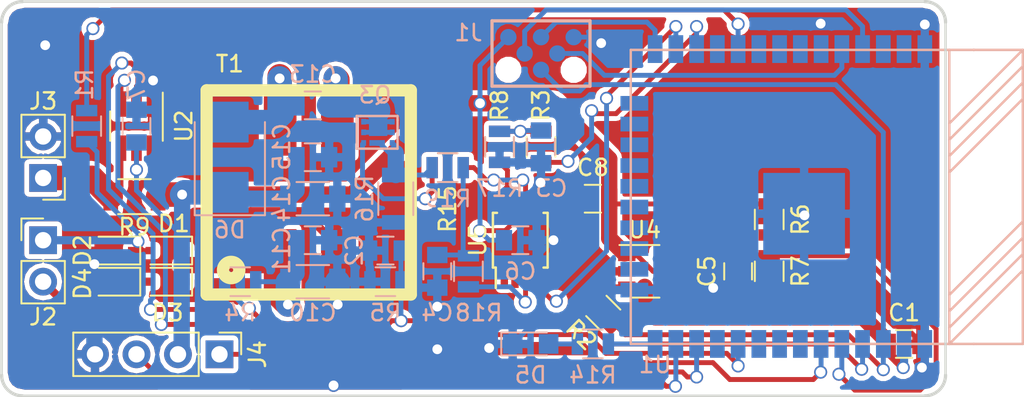
<source format=kicad_pcb>
(kicad_pcb (version 20170922) (host pcbnew no-vcs-found-3d15690~60~ubuntu16.04.1)
  (layers (0 F.Cu signal) (31 B.Cu signal) (34 B.Paste user hide) (35 F.Paste user hide) (36 B.SilkS user hide) (37 F.SilkS user) (38 B.Mask user hide) (39 F.Mask user hide) (44 Edge.Cuts user))
  (layers (0 F.Cu signal) (31 B.Cu signal) (34 B.Paste user hide) (35 F.Paste user hide) (36 B.SilkS user hide) (37 F.SilkS user) (38 B.Mask user hide) (39 F.Mask user hide) (44 Edge.Cuts user))
  (net 0 "")
  (net 1 GND)
  (net 2 +3V3)
  (net 3 /Vgen)
  (net 4 /Vbatt)
  (net 5 +BATT)
  (net 6 "Net-(D1-Pad2)")
  (net 7 "Net-(D3-Pad2)")
  (net 8 /rstBtn)
  (net 9 /vExtEnable)
  (net 10 "Net-(Q3-Pad1)")
  (net 11 /speedPulse)
  (net 12 /extScl)
  (net 13 /extSda)
  (net 14 "Net-(U1-Pad8)")
  (net 15 "Net-(U1-Pad9)")
  (net 16 "Net-(U1-Pad11)")
  (net 17 "Net-(U1-Pad16)")
  (net 18 "Net-(U1-Pad17)")
  (net 19 "Net-(U1-Pad18)")
  (net 20 "Net-(U1-Pad19)")
  (net 21 "Net-(U1-Pad20)")
  (net 22 "Net-(U1-Pad21)")
  (net 23 "Net-(U1-Pad22)")
  (net 24 "Net-(U1-Pad23)")
  (net 25 "Net-(U1-Pad24)")
  (net 26 "Net-(U1-Pad32)")
  (net 27 "Net-(U1-Pad33)")
  (net 28 "Net-(U1-Pad36)")
  (net 29 "Net-(U1-Pad37)")
  (net 30 "Net-(U4-Pad6)")
  (net 31 "Net-(Q3-Pad2)")
  (net 32 "Net-(C13-Pad2)")
  (net 33 /SepicConv./vIn)
  (net 34 "Net-(C13-Pad1)")
  (net 35 "Net-(U1-Pad7)")
  (net 36 "Net-(R14-Pad1)")
  (net 37 /sepicPwm)
  (net 38 /sepicImax)
  (net 39 "Net-(C3-Pad1)")
  (net 40 "Net-(R8-Pad1)")
  (net 41 "Net-(D5-Pad2)")
  (net 42 "Net-(R15-Pad2)")
  (net 43 "Net-(R18-Pad2)")
  (net 44 "Net-(C4-Pad1)")
  (net 45 "Net-(U5-Pad1)")
  (net 46 "Net-(J1-Pad2)")
  (net 47 "Net-(J1-Pad3)")
  (net 48 /progFlag)
  (net 49 /IBatt)
  (net 50 /IBattSign)
  (net 51 "Net-(J3-Pad1)")
  (net 52 "Net-(U1-Pad30)")
  (net 53 "Net-(U1-Pad31)")
  (module Resistors_SMD:R_0805 (layer B.Cu) (at 74.295 141.605 270)
    (fp_text reference R18 (at 2.54 -0.635) (layer B.SilkS) (effects (justify mirror)))
    (fp_text value 4k7)
    (pad 2 smd rect (at 0.95 0 270) (size 0.7 1.3) (layers B.Cu B.Paste B.Mask) (net 43 "Net-(R18-Pad2)"))
    (pad 1 smd rect (at -0.95 0 270) (size 0.7 1.3) (layers B.Cu B.Paste B.Mask) (net 44 "Net-(C4-Pad1)"))
  )
  (module Resistors_SMD:R_0805 (layer B.Cu) (at 81.915 146.05 180)
    (fp_text reference R14 (at 0 -1.905) (layer B.SilkS) (effects (justify mirror)))
    (fp_text value 470R)
    (pad 2 smd rect (at 0.95 0 180) (size 0.7 1.3) (layers B.Cu B.Paste B.Mask) (net 41 "Net-(D5-Pad2)"))
    (pad 1 smd rect (at -0.95 0 180) (size 0.7 1.3) (layers B.Cu B.Paste B.Mask) (net 36 "Net-(R14-Pad1)"))
  )
  (module LEDs:LED_0805 (layer B.Cu) (at 78.105 146.05)
    (fp_text reference D5 (at 0 1.905 -180) (layer B.SilkS) (effects (justify mirror)))
    (fp_text value LED)
    (pad 1 smd rect (at -1.1 0 180) (size 1.2 1.2) (layers B.Cu B.Paste B.Mask) (net 1 GND))
    (pad 2 smd rect (at 1.1 0 180) (size 1.2 1.2) (layers B.Cu B.Paste B.Mask) (net 41 "Net-(D5-Pad2)"))
  )
  (module Capacitors_SMD:C_0805 (layer B.Cu) (at 53.975 132.715 90)
    (fp_text reference C7 (at 2.54 0 90) (layer B.SilkS) (effects (justify mirror)))
    (fp_text value 470n)
    (pad 2 smd rect (at 1 0 90) (size 1 1.25) (layers B.Cu B.Paste B.Mask) (net 1 GND))
    (pad 1 smd rect (at -1 0 90) (size 1 1.25) (layers B.Cu B.Paste B.Mask) (net 5 +BATT))
  )
  (module Resistors_SMD:R_1206 (layer F.Cu) (at 53.848 137.033 180)
    (fp_text reference R9 (at 0 -1.85 180) (layer F.SilkS))
    (fp_text value 100m)
    (pad 2 smd rect (at 1.45 0 180) (size 0.9 1.7) (layers F.Cu F.Paste F.Mask) (net 51 "Net-(J3-Pad1)"))
    (pad 1 smd rect (at -1.45 0 180) (size 0.9 1.7) (layers F.Cu F.Paste F.Mask) (net 5 +BATT))
  )
  (module TO_SOT_Packages_SMD:SOT-23-6_Handsoldering (layer F.Cu) (at 53.975 132.715 270)
    (fp_text reference U2 (at 0 -2.9 270) (layer F.SilkS))
    (fp_text value TS1101)
    (pad 5 smd rect (at 1.35 0 270) (size 1.56 0.65) (layers F.Cu F.Paste F.Mask) (net 5 +BATT))
    (pad 6 smd rect (at 1.35 -0.95 270) (size 1.56 0.65) (layers F.Cu F.Paste F.Mask) (net 5 +BATT))
    (pad 4 smd rect (at 1.35 0.95 270) (size 1.56 0.65) (layers F.Cu F.Paste F.Mask) (net 51 "Net-(J3-Pad1)"))
    (pad 3 smd rect (at -1.35 0.95 270) (size 1.56 0.65) (layers F.Cu F.Paste F.Mask) (net 49 /IBatt))
    (pad 2 smd rect (at -1.35 0 270) (size 1.56 0.65) (layers F.Cu F.Paste F.Mask) (net 50 /IBattSign))
    (pad 1 smd rect (at -1.35 -0.95 270) (size 1.56 0.65) (layers F.Cu F.Paste F.Mask) (net 1 GND))
  )
  (module Capacitors_SMD:C_0805 (layer F.Cu) (at 90.805 141.605 270)
    (fp_text reference C5 (at 0 1.905 270) (layer F.SilkS))
    (fp_text value 47n)
    (pad 1 smd rect (at -1 0 270) (size 1 1.25) (layers F.Cu F.Paste F.Mask) (net 4 /Vbatt))
    (pad 2 smd rect (at 1 0 270) (size 1 1.25) (layers F.Cu F.Paste F.Mask) (net 1 GND))
  )
  (module myStuff:myPogoPads (layer B.Cu) (at 78.74 128.27)
    (fp_text reference J1 (at -4.445 -1.27) (layer B.SilkS) (effects (justify mirror)))
    (fp_text value Conn_01x06)
    (pad "" np_thru_hole circle (at 2 1) (size 1 1) (drill 1) (layers *.Cu *.Mask))
    (pad "" np_thru_hole circle (at -2 1) (size 1 1) (drill 1) (layers *.Cu *.Mask))
    (pad 6 smd circle (at 2 -1) (size 1 1) (layers B.Cu B.Paste B.Mask) (net 1 GND))
    (pad 5 smd circle (at 0 -1) (size 1 1) (layers B.Cu B.Paste B.Mask) (net 48 /progFlag))
    (pad 4 smd circle (at -2 -1) (size 1 1) (layers B.Cu B.Paste B.Mask) (net 5 +BATT))
    (pad 3 smd circle (at 1 0) (size 1 1) (layers B.Cu B.Paste B.Mask) (net 47 "Net-(J1-Pad3)"))
    (pad 2 smd circle (at -1 0) (size 1 1) (layers B.Cu B.Paste B.Mask) (net 46 "Net-(J1-Pad2)"))
    (pad 1 smd circle (at 0 1) (size 1 1) (layers B.Cu B.Paste B.Mask) (net 8 /rstBtn))
  )
  (module Capacitors_SMD:C_1206 (layer B.Cu) (at 64.77 142.24)
    (fp_text reference C10 (at 0 1.905 180) (layer B.SilkS) (effects (justify mirror)))
    (fp_text value 22u)
    (pad 1 smd rect (at -1.5 0) (size 1 1.6) (layers B.Cu B.Paste B.Mask) (net 33 /SepicConv./vIn))
    (pad 2 smd rect (at 1.5 0) (size 1 1.6) (layers B.Cu B.Paste B.Mask) (net 1 GND))
  )
  (module Capacitors_SMD:C_1206 (layer B.Cu) (at 64.77 137.16)
    (fp_text reference C14 (at -1.905 0 90) (layer B.SilkS) (effects (justify mirror)))
    (fp_text value 22u)
    (pad 2 smd rect (at 1.5 0) (size 1 1.6) (layers B.Cu B.Paste B.Mask) (net 1 GND))
    (pad 1 smd rect (at -1.5 0) (size 1 1.6) (layers B.Cu B.Paste B.Mask) (net 5 +BATT))
  )
  (module Capacitors_SMD:C_0805 (layer B.Cu) (at 64.77 134.62 180)
    (fp_text reference C15 (at 1.905 0.635 270) (layer B.SilkS) (effects (justify mirror)))
    (fp_text value 470n)
    (pad 2 smd rect (at 1 0 180) (size 1 1.25) (layers B.Cu B.Paste B.Mask) (net 5 +BATT))
    (pad 1 smd rect (at -1 0 180) (size 1 1.25) (layers B.Cu B.Paste B.Mask) (net 1 GND))
  )
  (module Housings_SSOP:MSOP-8_3x3mm_Pitch0.65mm (layer F.Cu) (at 77.47 139.7 90)
    (fp_text reference U5 (at 0 -2.6 90) (layer F.SilkS))
    (fp_text value MCP1630)
    (pad 1 smd rect (at -2.2 -0.975 90) (size 1.45 0.45) (layers F.Cu F.Paste F.Mask) (net 45 "Net-(U5-Pad1)"))
    (pad 2 smd rect (at -2.2 -0.325 90) (size 1.45 0.45) (layers F.Cu F.Paste F.Mask) (net 45 "Net-(U5-Pad1)"))
    (pad 3 smd rect (at -2.2 0.325 90) (size 1.45 0.45) (layers F.Cu F.Paste F.Mask) (net 43 "Net-(R18-Pad2)"))
    (pad 4 smd rect (at -2.2 0.975 90) (size 1.45 0.45) (layers F.Cu F.Paste F.Mask) (net 37 /sepicPwm))
    (pad 5 smd rect (at 2.2 0.975 90) (size 1.45 0.45) (layers F.Cu F.Paste F.Mask) (net 1 GND))
    (pad 6 smd rect (at 2.2 0.325 90) (size 1.45 0.45) (layers F.Cu F.Paste F.Mask) (net 42 "Net-(R15-Pad2)"))
    (pad 7 smd rect (at 2.2 -0.325 90) (size 1.45 0.45) (layers F.Cu F.Paste F.Mask) (net 5 +BATT))
    (pad 8 smd rect (at 2.2 -0.975 90) (size 1.45 0.45) (layers F.Cu F.Paste F.Mask) (net 40 "Net-(R8-Pad1)"))
  )
  (module Resistors_SMD:R_0805 (layer B.Cu) (at 73.025 135.255)
    (fp_text reference R19 (at 0 1.905) (layer B.SilkS) (effects (justify mirror)))
    (fp_text value 4k7)
    (pad 1 smd rect (at -0.95 0) (size 0.7 1.3) (layers B.Cu B.Paste B.Mask) (net 31 "Net-(Q3-Pad2)"))
    (pad 2 smd rect (at 0.95 0) (size 0.7 1.3) (layers B.Cu B.Paste B.Mask) (net 44 "Net-(C4-Pad1)"))
  )
  (module Resistors_SMD:R_0805 (layer B.Cu) (at 76.2 133.985 90)
    (fp_text reference R17 (at -2.54 0) (layer B.SilkS) (effects (justify mirror)))
    (fp_text value 1k15)
    (pad 2 smd rect (at 0.95 0 90) (size 0.7 1.3) (layers B.Cu B.Paste B.Mask) (net 39 "Net-(C3-Pad1)"))
    (pad 1 smd rect (at -0.95 0 90) (size 0.7 1.3) (layers B.Cu B.Paste B.Mask) (net 1 GND))
  )
  (module Resistors_SMD:R_0805 (layer F.Cu) (at 73.025 135.255)
    (fp_text reference R15 (at 0 2.54 90) (layer F.SilkS))
    (fp_text value 10R)
    (pad 2 smd rect (at 0.95 0) (size 0.7 1.3) (layers F.Cu F.Paste F.Mask) (net 42 "Net-(R15-Pad2)"))
    (pad 1 smd rect (at -0.95 0) (size 0.7 1.3) (layers F.Cu F.Paste F.Mask) (net 10 "Net-(Q3-Pad1)"))
  )
  (module Resistors_SMD:R_1206 (layer B.Cu) (at 69.85 137.16 270)
    (fp_text reference R16 (at 0 1.905 90) (layer B.SilkS) (effects (justify mirror)))
    (fp_text value 0.1R)
    (pad 2 smd rect (at 1.45 0 270) (size 0.9 1.7) (layers B.Cu B.Paste B.Mask) (net 1 GND))
    (pad 1 smd rect (at -1.45 0 270) (size 0.9 1.7) (layers B.Cu B.Paste B.Mask) (net 31 "Net-(Q3-Pad2)"))
  )
  (module TO_SOT_Packages_SMD:SOT-23-6 (layer F.Cu) (at 85.09 141.605)
    (fp_text reference U4 (at 0 -2.54) (layer F.SilkS))
    (fp_text value MAX8881)
    (pad 5 smd rect (at 1.1 0) (size 1.06 0.65) (layers F.Cu F.Paste F.Mask) (net 5 +BATT))
    (pad 6 smd rect (at 1.1 -0.95) (size 1.06 0.65) (layers F.Cu F.Paste F.Mask) (net 30 "Net-(U4-Pad6)"))
    (pad 4 smd rect (at 1.1 0.95) (size 1.06 0.65) (layers F.Cu F.Paste F.Mask) (net 2 +3V3))
    (pad 3 smd rect (at -1.1 0.95) (size 1.06 0.65) (layers F.Cu F.Paste F.Mask) (net 2 +3V3))
    (pad 2 smd rect (at -1.1 0) (size 1.06 0.65) (layers F.Cu F.Paste F.Mask) (net 1 GND))
    (pad 1 smd rect (at -1.1 -0.95) (size 1.06 0.65) (layers F.Cu F.Paste F.Mask) (net 5 +BATT))
  )
  (module myStuff:MSD1260 (layer F.Cu) (at 64.77 136.525 180)
    (fp_text reference T1 (at 5.08 7.62) (layer F.SilkS))
    (fp_text value MSD1260)
    (pad 1 smd rect (at 2 -4.5 180) (size 2 4) (layers F.Cu F.Paste F.Mask) (net 33 /SepicConv./vIn))
    (pad 2 smd rect (at -1.5 -4.5 180) (size 2 4) (layers F.Cu F.Paste F.Mask) (net 1 GND))
    (pad 3 smd rect (at -1.5 4 180) (size 2 4) (layers F.Cu F.Paste F.Mask) (net 32 "Net-(C13-Pad2)"))
    (pad 4 smd rect (at 2 4 180) (size 2 4) (layers F.Cu F.Paste F.Mask) (net 34 "Net-(C13-Pad1)"))
  )
  (module Capacitors_SMD:C_0805 (layer B.Cu) (at 78.74 133.985 270)
    (fp_text reference C3 (at 2.54 -0.635 180) (layer B.SilkS) (effects (justify mirror)))
    (fp_text value 47n)
    (pad 2 smd rect (at 1 0 270) (size 1 1.25) (layers B.Cu B.Paste B.Mask) (net 1 GND))
    (pad 1 smd rect (at -1 0 270) (size 1 1.25) (layers B.Cu B.Paste B.Mask) (net 39 "Net-(C3-Pad1)"))
  )
  (module Capacitors_SMD:C_0805 (layer F.Cu) (at 100.965 146.05 180)
    (fp_text reference C1 (at 0 1.905 180) (layer F.SilkS))
    (fp_text value 470n)
    (pad 1 smd rect (at -1 0 180) (size 1 1.25) (layers F.Cu F.Paste F.Mask) (net 1 GND))
    (pad 2 smd rect (at 1 0 180) (size 1 1.25) (layers F.Cu F.Paste F.Mask) (net 2 +3V3))
  )
  (module Capacitors_SMD:C_0805 (layer B.Cu) (at 69.215 140.335 180)
    (fp_text reference C2 (at 1.905 0 270) (layer B.SilkS) (effects (justify mirror)))
    (fp_text value 47n)
    (pad 2 smd rect (at 1 0 180) (size 1 1.25) (layers B.Cu B.Paste B.Mask) (net 1 GND))
    (pad 1 smd rect (at -1 0 180) (size 1 1.25) (layers B.Cu B.Paste B.Mask) (net 3 /Vgen))
  )
  (module Capacitors_SMD:C_0805 (layer B.Cu) (at 72.39 141.605 270)
    (fp_text reference C4 (at 2.54 0) (layer B.SilkS) (effects (justify mirror)))
    (fp_text value 47p)
    (pad 1 smd rect (at -1 0 270) (size 1 1.25) (layers B.Cu B.Paste B.Mask) (net 44 "Net-(C4-Pad1)"))
    (pad 2 smd rect (at 1 0 270) (size 1 1.25) (layers B.Cu B.Paste B.Mask) (net 1 GND))
  )
  (module Capacitors_SMD:C_0805 (layer B.Cu) (at 77.47 139.7 180)
    (fp_text reference C6 (at 0 -1.905 180) (layer B.SilkS) (effects (justify mirror)))
    (fp_text value 470n)
    (pad 1 smd rect (at -1 0 180) (size 1 1.25) (layers B.Cu B.Paste B.Mask) (net 1 GND))
    (pad 2 smd rect (at 1 0 180) (size 1 1.25) (layers B.Cu B.Paste B.Mask) (net 5 +BATT))
  )
  (module Capacitors_SMD:C_0805 (layer F.Cu) (at 81.915 137.16 180)
    (fp_text reference C8 (at 0 1.905 180) (layer F.SilkS))
    (fp_text value 470n)
    (pad 2 smd rect (at 1 0 180) (size 1 1.25) (layers F.Cu F.Paste F.Mask) (net 1 GND))
    (pad 1 smd rect (at -1 0 180) (size 1 1.25) (layers F.Cu F.Paste F.Mask) (net 5 +BATT))
  )
  (module Capacitors_SMD:C_0805 (layer B.Cu) (at 64.77 139.7 180)
    (fp_text reference C11 (at 1.905 -0.635 270) (layer B.SilkS) (effects (justify mirror)))
    (fp_text value 470n)
    (pad 2 smd rect (at 1 0 180) (size 1 1.25) (layers B.Cu B.Paste B.Mask) (net 33 /SepicConv./vIn))
    (pad 1 smd rect (at -1 0 180) (size 1 1.25) (layers B.Cu B.Paste B.Mask) (net 1 GND))
  )
  (module Capacitors_SMD:C_0805 (layer B.Cu) (at 64.77 131.445)
    (fp_text reference C13 (at 0 -1.905) (layer B.SilkS) (effects (justify mirror)))
    (fp_text value 1u)
    (pad 2 smd rect (at 1 0) (size 1 1.25) (layers B.Cu B.Paste B.Mask) (net 32 "Net-(C13-Pad2)"))
    (pad 1 smd rect (at -1 0) (size 1 1.25) (layers B.Cu B.Paste B.Mask) (net 34 "Net-(C13-Pad1)"))
  )
  (module Diodes_SMD:D_SOD-323 (layer F.Cu) (at 55.88 140.335 180)
    (fp_text reference D1 (at -0.381 1.651) (layer F.SilkS))
    (fp_text value B5819WS)
    (pad 2 smd rect (at 1.05 0 180) (size 0.6 0.45) (layers F.Cu F.Paste F.Mask) (net 6 "Net-(D1-Pad2)"))
    (pad 1 smd rect (at -1.05 0 180) (size 0.6 0.45) (layers F.Cu F.Paste F.Mask) (net 33 /SepicConv./vIn))
  )
  (module Diodes_SMD:D_SOD-323 (layer F.Cu) (at 52.705 140.335 180)
    (fp_text reference D2 (at 2.032 0 90) (layer F.SilkS))
    (fp_text value B5819WS)
    (pad 1 smd rect (at -1.05 0 180) (size 0.6 0.45) (layers F.Cu F.Paste F.Mask) (net 6 "Net-(D1-Pad2)"))
    (pad 2 smd rect (at 1.05 0 180) (size 0.6 0.45) (layers F.Cu F.Paste F.Mask) (net 1 GND))
  )
  (module Diodes_SMD:D_SOD-323 (layer F.Cu) (at 55.88 142.24 180)
    (fp_text reference D3 (at 0 -1.905) (layer F.SilkS))
    (fp_text value B5819WS)
    (pad 2 smd rect (at 1.05 0 180) (size 0.6 0.45) (layers F.Cu F.Paste F.Mask) (net 7 "Net-(D3-Pad2)"))
    (pad 1 smd rect (at -1.05 0 180) (size 0.6 0.45) (layers F.Cu F.Paste F.Mask) (net 33 /SepicConv./vIn))
  )
  (module Diodes_SMD:D_SOD-323 (layer F.Cu) (at 52.705 142.24 180)
    (fp_text reference D4 (at 2.032 -0.127 90) (layer F.SilkS))
    (fp_text value B5819WS)
    (pad 2 smd rect (at 1.05 0 180) (size 0.6 0.45) (layers F.Cu F.Paste F.Mask) (net 1 GND))
    (pad 1 smd rect (at -1.05 0 180) (size 0.6 0.45) (layers F.Cu F.Paste F.Mask) (net 7 "Net-(D3-Pad2)"))
  )
  (module Diodes_SMD:D_SMB_Standard (layer B.Cu) (at 59.69 134.62 90)
    (fp_text reference D6 (at -4.445 0 180) (layer B.SilkS) (effects (justify mirror)))
    (fp_text value STPS3L40UF)
    (pad 2 smd rect (at 2.15 0 90) (size 2.5 2.3) (layers B.Cu B.Paste B.Mask) (net 34 "Net-(C13-Pad1)"))
    (pad 1 smd rect (at -2.15 0 90) (size 2.5 2.3) (layers B.Cu B.Paste B.Mask) (net 5 +BATT))
  )
  (module myStuff:PowerFLAT_2x2 (layer B.Cu) (at 68.707 133.096 270)
    (fp_text reference Q3 (at -2.286 0.127) (layer B.SilkS) (effects (justify mirror)))
    (fp_text value STL6N3LLH6)
    (pad 2 smd rect (at 0.65 0 270) (size 0.35 0.95) (layers B.Cu B.Paste B.Mask) (net 31 "Net-(Q3-Pad2)"))
    (pad 3 smd rect (at -0.3 -0.0625 270) (size 1.05 1.125) (layers B.Cu B.Paste B.Mask) (net 32 "Net-(C13-Pad2)"))
    (pad 1 smd rect (at 0.65 0.825 270) (size 0.35 0.3) (layers B.Cu B.Paste B.Mask) (net 10 "Net-(Q3-Pad1)"))
    (pad 3 smd rect (at -0.65 0.825 270) (size 0.35 0.3) (layers B.Cu B.Paste B.Mask) (net 32 "Net-(C13-Pad2)"))
    (pad 3 smd rect (at 0 0.825 270) (size 0.35 0.3) (layers B.Cu B.Paste B.Mask) (net 32 "Net-(C13-Pad2)"))
    (pad 3 smd rect (at -0.65 -0.925 270) (size 0.35 0.3) (layers B.Cu B.Paste B.Mask) (net 32 "Net-(C13-Pad2)"))
    (pad 3 smd rect (at 0 -0.925 270) (size 0.35 0.3) (layers B.Cu B.Paste B.Mask) (net 32 "Net-(C13-Pad2)"))
    (pad 2 smd rect (at 0.65 -0.925 270) (size 0.35 0.3) (layers B.Cu B.Paste B.Mask) (net 31 "Net-(Q3-Pad2)"))
  )
  (module Resistors_SMD:R_0805 (layer B.Cu) (at 50.927 132.715 90)
    (fp_text reference R1 (at 2.54 -0.127 90) (layer B.SilkS) (effects (justify mirror)))
    (fp_text value 47k)
    (pad 2 smd rect (at 0.949999 0 90) (size 0.7 1.3) (layers B.Cu B.Paste B.Mask) (net 11 /speedPulse))
    (pad 1 smd rect (at -0.949999 0 90) (size 0.7 1.3) (layers B.Cu B.Paste B.Mask) (net 6 "Net-(D1-Pad2)"))
  )
  (module Resistors_SMD:R_0805 (layer F.Cu) (at 82.55 144.145 315)
    (fp_text reference R2 (at 0 1.905 315) (layer F.SilkS))
    (fp_text value 470k)
    (pad 1 smd rect (at -0.949999 0 315) (size 0.7 1.3) (layers F.Cu F.Paste F.Mask) (net 2 +3V3))
    (pad 2 smd rect (at 0.949999 0 315) (size 0.7 1.3) (layers F.Cu F.Paste F.Mask) (net 8 /rstBtn))
  )
  (module Resistors_SMD:R_0805 (layer F.Cu) (at 78.74 133.985 270)
    (fp_text reference R3 (at -2.54 0 90) (layer F.SilkS))
    (fp_text value 4k7)
    (pad 2 smd rect (at 0.95 0 270) (size 0.7 1.3) (layers F.Cu F.Paste F.Mask) (net 38 /sepicImax))
    (pad 1 smd rect (at -0.95 0 270) (size 0.7 1.3) (layers F.Cu F.Paste F.Mask) (net 39 "Net-(C3-Pad1)"))
  )
  (module Resistors_SMD:R_0805 (layer B.Cu) (at 60.325 142.24 180)
    (fp_text reference R4 (at 0 -1.905 180) (layer B.SilkS) (effects (justify mirror)))
    (fp_text value 30k1)
    (pad 2 smd rect (at 0.95 0 180) (size 0.7 1.3) (layers B.Cu B.Paste B.Mask) (net 3 /Vgen))
    (pad 1 smd rect (at -0.95 0 180) (size 0.7 1.3) (layers B.Cu B.Paste B.Mask) (net 33 /SepicConv./vIn))
  )
  (module Resistors_SMD:R_0805 (layer B.Cu) (at 69.215 142.24 180)
    (fp_text reference R5 (at 0 -1.905 180) (layer B.SilkS) (effects (justify mirror)))
    (fp_text value 1k15)
    (pad 1 smd rect (at -0.95 0 180) (size 0.7 1.3) (layers B.Cu B.Paste B.Mask) (net 3 /Vgen))
    (pad 2 smd rect (at 0.95 0 180) (size 0.7 1.3) (layers B.Cu B.Paste B.Mask) (net 1 GND))
  )
  (module Resistors_SMD:R_0805 (layer F.Cu) (at 92.71 138.43 270)
    (fp_text reference R6 (at 0 -1.905 270) (layer F.SilkS))
    (fp_text value 1M150)
    (pad 1 smd rect (at -0.95 0 270) (size 0.7 1.3) (layers F.Cu F.Paste F.Mask) (net 5 +BATT))
    (pad 2 smd rect (at 0.95 0 270) (size 0.7 1.3) (layers F.Cu F.Paste F.Mask) (net 4 /Vbatt))
  )
  (module Resistors_SMD:R_0805 (layer F.Cu) (at 92.71 141.605 270)
    (fp_text reference R7 (at 0 -1.905 270) (layer F.SilkS))
    (fp_text value 365k)
    (pad 2 smd rect (at 0.95 0 270) (size 0.7 1.3) (layers F.Cu F.Paste F.Mask) (net 1 GND))
    (pad 1 smd rect (at -0.95 0 270) (size 0.7 1.3) (layers F.Cu F.Paste F.Mask) (net 4 /Vbatt))
  )
  (module Resistors_SMD:R_0805 (layer F.Cu) (at 76.2 133.985 90)
    (fp_text reference R8 (at 2.54 0 90) (layer F.SilkS))
    (fp_text value 4k7)
    (pad 1 smd rect (at -0.95 0 90) (size 0.7 1.3) (layers F.Cu F.Paste F.Mask) (net 40 "Net-(R8-Pad1)"))
    (pad 2 smd rect (at 0.95 0 90) (size 0.7 1.3) (layers F.Cu F.Paste F.Mask) (net 39 "Net-(C3-Pad1)"))
  )
  (module myStuff:ESP-WROOM-32 (layer B.Cu) (at 102.235 146.05 90)
    (fp_text reference U1 (at -1.27 -16.51 180) (layer B.SilkS) (effects (justify mirror)))
    (fp_text value ESP-WROOM-32)
    (pad 1 smd rect (at 0 0 90) (size 1.7 0.9) (layers B.Cu B.Paste B.Mask) (net 1 GND))
    (pad 2 smd rect (at 0 -1.27 90) (size 1.7 0.9) (layers B.Cu B.Paste B.Mask) (net 2 +3V3))
    (pad 3 smd rect (at 0 -2.54 90) (size 1.7 0.9) (layers B.Cu B.Paste B.Mask) (net 8 /rstBtn))
    (pad 4 smd rect (at 0 -3.81 90) (size 1.7 0.9) (layers B.Cu B.Paste B.Mask) (net 3 /Vgen))
    (pad 5 smd rect (at 0 -5.08 90) (size 1.7 0.9) (layers B.Cu B.Paste B.Mask) (net 4 /Vbatt))
    (pad 6 smd rect (at 0 -6.35 90) (size 1.7 0.9) (layers B.Cu B.Paste B.Mask) (net 49 /IBatt))
    (pad 7 smd rect (at 0 -7.62 90) (size 1.7 0.9) (layers B.Cu B.Paste B.Mask) (net 35 "Net-(U1-Pad7)"))
    (pad 8 smd rect (at 0 -8.89 90) (size 1.7 0.9) (layers B.Cu B.Paste B.Mask) (net 14 "Net-(U1-Pad8)"))
    (pad 9 smd rect (at 0 -10.16 90) (size 1.7 0.9) (layers B.Cu B.Paste B.Mask) (net 15 "Net-(U1-Pad9)"))
    (pad 10 smd rect (at 0 -11.43 90) (size 1.7 0.9) (layers B.Cu B.Paste B.Mask) (net 50 /IBattSign))
    (pad 11 smd rect (at 0 -12.7 90) (size 1.7 0.9) (layers B.Cu B.Paste B.Mask) (net 16 "Net-(U1-Pad11)"))
    (pad 12 smd rect (at 0 -13.97 90) (size 1.7 0.9) (layers B.Cu B.Paste B.Mask) (net 13 /extSda))
    (pad 13 smd rect (at 0 -15.24 90) (size 1.7 0.9) (layers B.Cu B.Paste B.Mask) (net 12 /extScl))
    (pad 14 smd rect (at 0 -16.51 90) (size 1.7 0.9) (layers B.Cu B.Paste B.Mask) (net 36 "Net-(R14-Pad1)"))
    (pad 15 smd rect (at 3.3 -17.78) (size 1.7 0.9) (layers B.Cu B.Paste B.Mask) (net 1 GND))
    (pad 16 smd rect (at 4.57 -17.78) (size 1.7 0.9) (layers B.Cu B.Paste B.Mask) (net 17 "Net-(U1-Pad16)"))
    (pad 17 smd rect (at 5.84 -17.78) (size 1.7 0.9) (layers B.Cu B.Paste B.Mask) (net 18 "Net-(U1-Pad17)"))
    (pad 18 smd rect (at 7.11 -17.78) (size 1.7 0.9) (layers B.Cu B.Paste B.Mask) (net 19 "Net-(U1-Pad18)"))
    (pad 19 smd rect (at 8.38 -17.78) (size 1.7 0.9) (layers B.Cu B.Paste B.Mask) (net 20 "Net-(U1-Pad19)"))
    (pad 20 smd rect (at 9.65 -17.78) (size 1.7 0.9) (layers B.Cu B.Paste B.Mask) (net 21 "Net-(U1-Pad20)"))
    (pad 21 smd rect (at 10.92 -17.78) (size 1.7 0.9) (layers B.Cu B.Paste B.Mask) (net 22 "Net-(U1-Pad21)"))
    (pad 22 smd rect (at 12.19 -17.78) (size 1.7 0.9) (layers B.Cu B.Paste B.Mask) (net 23 "Net-(U1-Pad22)"))
    (pad 23 smd rect (at 13.46 -17.78) (size 1.7 0.9) (layers B.Cu B.Paste B.Mask) (net 24 "Net-(U1-Pad23)"))
    (pad 24 smd rect (at 14.73 -17.78) (size 1.7 0.9) (layers B.Cu B.Paste B.Mask) (net 25 "Net-(U1-Pad24)"))
    (pad 25 smd rect (at 18.05 -16.51 90) (size 1.7 0.9) (layers B.Cu B.Paste B.Mask) (net 48 /progFlag))
    (pad 26 smd rect (at 18.05 -15.24 90) (size 1.7 0.9) (layers B.Cu B.Paste B.Mask) (net 37 /sepicPwm))
    (pad 27 smd rect (at 18.05 -13.97 90) (size 1.7 0.9) (layers B.Cu B.Paste B.Mask) (net 38 /sepicImax))
    (pad 28 smd rect (at 18.05 -12.7 90) (size 1.7 0.9) (layers B.Cu B.Paste B.Mask) (net 9 /vExtEnable))
    (pad 29 smd rect (at 18.05 -11.43 90) (size 1.7 0.9) (layers B.Cu B.Paste B.Mask) (net 11 /speedPulse))
    (pad 30 smd rect (at 18.05 -10.16 90) (size 1.7 0.9) (layers B.Cu B.Paste B.Mask) (net 52 "Net-(U1-Pad30)"))
    (pad 31 smd rect (at 18.05 -8.89 90) (size 1.7 0.9) (layers B.Cu B.Paste B.Mask) (net 53 "Net-(U1-Pad31)"))
    (pad 32 smd rect (at 18.05 -7.62 90) (size 1.7 0.9) (layers B.Cu B.Paste B.Mask) (net 26 "Net-(U1-Pad32)"))
    (pad 33 smd rect (at 18.05 -6.35 90) (size 1.7 0.9) (layers B.Cu B.Paste B.Mask) (net 27 "Net-(U1-Pad33)"))
    (pad 34 smd rect (at 18.05 -5.08 90) (size 1.7 0.9) (layers B.Cu B.Paste B.Mask) (net 47 "Net-(J1-Pad3)"))
    (pad 35 smd rect (at 18.05 -3.81 90) (size 1.7 0.9) (layers B.Cu B.Paste B.Mask) (net 46 "Net-(J1-Pad2)"))
    (pad 36 smd rect (at 18.05 -2.54 90) (size 1.7 0.9) (layers B.Cu B.Paste B.Mask) (net 28 "Net-(U1-Pad36)"))
    (pad 37 smd rect (at 18.05 -1.27 90) (size 1.7 0.9) (layers B.Cu B.Paste B.Mask) (net 29 "Net-(U1-Pad37)"))
    (pad 38 smd rect (at 18.05 0 90) (size 1.7 0.9) (layers B.Cu B.Paste B.Mask) (net 1 GND))
    (pad 39 smd rect (at 7.97 -7.39) (size 5 5) (layers B.Cu B.Paste B.Mask) (net 1 GND))
  )
  (module Pin_Headers:Pin_Header_Straight_1x02_Pitch2.54mm (layer F.Cu) (at 48.26 139.7)
    (fp_text reference J2 (at 0 4.699) (layer F.SilkS))
    (fp_text value "Gen. IN")
    (pad 2 thru_hole oval (at 0 2.54) (size 1.7 1.7) (drill 1) (layers *.Cu *.Mask) (net 7 "Net-(D3-Pad2)"))
    (pad 1 thru_hole rect (at 0 0) (size 1.7 1.7) (drill 1) (layers *.Cu *.Mask) (net 6 "Net-(D1-Pad2)"))
  )
  (module Pin_Headers:Pin_Header_Straight_1x02_Pitch2.54mm (layer F.Cu) (at 48.26 135.89 180)
    (fp_text reference J3 (at 0 4.699 180) (layer F.SilkS))
    (fp_text value Bat)
    (pad 1 thru_hole rect (at 0 0 180) (size 1.7 1.7) (drill 1) (layers *.Cu *.Mask) (net 51 "Net-(J3-Pad1)"))
    (pad 2 thru_hole oval (at 0 2.54 180) (size 1.7 1.7) (drill 1) (layers *.Cu *.Mask) (net 1 GND))
  )
  (module Socket_Strips:Socket_Strip_Straight_1x04_Pitch2.54mm (layer F.Cu) (at 59.055 146.685 270)
    (fp_text reference J4 (at 0 -2.33 270) (layer F.SilkS))
    (fp_text value Conn_01x04)
    (pad 4 thru_hole oval (at 0 7.62 270) (size 1.7 1.7) (drill 1) (layers *.Cu *.Mask) (net 1 GND))
    (pad 3 thru_hole oval (at 0 5.08 270) (size 1.7 1.7) (drill 1) (layers *.Cu *.Mask) (net 12 /extScl))
    (pad 2 thru_hole oval (at 0 2.54 270) (size 1.7 1.7) (drill 1) (layers *.Cu *.Mask) (net 5 +BATT))
    (pad 1 thru_hole rect (at 0 0 270) (size 1.7 1.7) (drill 1) (layers *.Cu *.Mask) (net 13 /extSda))
  )
  (gr_arc (start 102.235 147.955) (end 102.235 149.225) (angle -90) (layer Edge.Cuts) (width 0.2))
  (gr_arc (start 102.235 126.365) (end 103.505 126.365) (angle -90) (layer Edge.Cuts) (width 0.2))
  (gr_arc (start 46.99 126.365) (end 46.99 125.095) (angle -90) (layer Edge.Cuts) (width 0.2))
  (gr_arc (start 46.99 147.955) (end 45.72 147.955) (angle -90) (layer Edge.Cuts) (width 0.2))
  (gr_line (start 102.235 125.095) (end 46.99 125.095) (layer Edge.Cuts) (width 0.15))
  (gr_line (start 46.99 149.225) (end 102.235 149.225) (layer Edge.Cuts) (width 0.15))
  (gr_line (start 45.72 126.365) (end 45.72 147.955) (layer Edge.Cuts) (width 0.15))
  (gr_line (start 103.505 126.365) (end 103.505 147.955) (layer Edge.Cuts) (width 0.15))
  (via (at 94.869 138.176) (size 0.8) (drill 0.6) (layers F.Cu B.Cu) (net 1))
  (via (at 89.281 142.621) (size 0.8) (drill 0.6) (layers F.Cu B.Cu) (net 1))
  (segment (start 84.455 142.75) (end 92.975 142.75) (width 0.3) (layer B.Cu) (net 1))
  (segment (start 92.975 142.75) (end 94.845 140.88) (width 0.3) (layer B.Cu) (net 1))
  (segment (start 94.845 140.88) (end 94.845 138.08) (width 0.3) (layer B.Cu) (net 1))
  (segment (start 78.613 144.442) (end 77.005 146.05) (width 0.3) (layer B.Cu) (net 1))
  (segment (start 78.74 144.315) (end 78.613 144.442) (width 0.3) (layer B.Cu) (net 1))
  (segment (start 78.613 144.442) (end 81.613 144.442) (width 0.3) (layer B.Cu) (net 1))
  (segment (start 81.613 144.442) (end 83.305 142.75) (width 0.3) (layer B.Cu) (net 1))
  (segment (start 83.305 142.75) (end 84.455 142.75) (width 0.3) (layer B.Cu) (net 1))
  (segment (start 92.71 142.555) (end 98.595 142.555) (width 0.3) (layer F.Cu) (net 1))
  (segment (start 98.595 142.555) (end 101.965 145.925) (width 0.3) (layer F.Cu) (net 1))
  (segment (start 101.965 145.925) (end 101.965 146.05) (width 0.3) (layer F.Cu) (net 1))
  (segment (start 90.805 142.605) (end 92.66 142.605) (width 0.3) (layer F.Cu) (net 1))
  (segment (start 92.66 142.605) (end 92.71 142.555) (width 0.3) (layer F.Cu) (net 1))
  (segment (start 72.39 146.375964) (end 72.389996 146.375968) (width 0.3) (layer B.Cu) (net 1))
  (segment (start 72.39 143.764) (end 72.39 146.375964) (width 0.3) (layer B.Cu) (net 1))
  (segment (start 75.565 146.299999) (end 72.465965 146.299999) (width 0.3) (layer F.Cu) (net 1))
  (segment (start 72.465965 146.299999) (end 72.389996 146.375968) (width 0.3) (layer F.Cu) (net 1))
  (via (at 72.389996 146.375968) (size 0.8) (drill 0.6) (layers F.Cu B.Cu) (net 1))
  (segment (start 53.848 131.588) (end 53.848 131.064) (width 0.3) (layer B.Cu) (net 1))
  (segment (start 54.591001 130.320999) (end 54.991 129.921) (width 0.3) (layer B.Cu) (net 1))
  (segment (start 53.848 131.064) (end 54.591001 130.320999) (width 0.3) (layer B.Cu) (net 1))
  (segment (start 102.235 147.4) (end 102.1372 147.4978) (width 0.5) (layer B.Cu) (net 1))
  (segment (start 102.1372 147.4978) (end 102.0572 147.4978) (width 0.5) (layer B.Cu) (net 1))
  (segment (start 101.965 146.05) (end 101.965 147.4056) (width 0.5) (layer F.Cu) (net 1))
  (segment (start 102.235 146.05) (end 102.235 147.4) (width 0.5) (layer B.Cu) (net 1))
  (via (at 102.0572 147.4978) (size 0.8) (drill 0.6) (layers F.Cu B.Cu) (net 1))
  (segment (start 101.965 147.4056) (end 102.0572 147.4978) (width 0.5) (layer F.Cu) (net 1))
  (segment (start 77.005 146.05) (end 75.814999 146.05) (width 0.3) (layer B.Cu) (net 1))
  (segment (start 75.814999 146.05) (end 75.565 146.299999) (width 0.3) (layer B.Cu) (net 1))
  (via (at 75.565 146.299999) (size 0.8) (drill 0.6) (layers F.Cu B.Cu) (net 1))
  (segment (start 79.502 139.7) (end 78.74 140.462) (width 0.3) (layer B.Cu) (net 1))
  (segment (start 78.74 140.462) (end 78.74 144.315) (width 0.3) (layer B.Cu) (net 1))
  (segment (start 78.445 136.441191) (end 78.70933 136.176861) (width 0.3) (layer F.Cu) (net 1))
  (segment (start 78.445 137.5) (end 78.445 136.441191) (width 0.3) (layer F.Cu) (net 1))
  (segment (start 78.74 136.146191) (end 78.70933 136.176861) (width 0.3) (layer B.Cu) (net 1))
  (segment (start 78.74 134.985) (end 78.74 136.146191) (width 0.3) (layer B.Cu) (net 1))
  (via (at 78.70933 136.176861) (size 0.8) (drill 0.6) (layers F.Cu B.Cu) (net 1))
  (via (at 95.8596 126.4412) (size 0.8) (drill 0.6) (layers F.Cu B.Cu) (net 1))
  (segment (start 95.8596 126.4412) (end 95.9104 126.492) (width 0.3) (layer F.Cu) (net 1))
  (segment (start 95.9104 126.492) (end 101.881447 126.492) (width 0.3) (layer F.Cu) (net 1))
  (segment (start 101.881447 126.492) (end 102.235 126.492) (width 0.3) (layer F.Cu) (net 1))
  (segment (start 64.171011 137.926011) (end 66.27 140.025) (width 0.5) (layer F.Cu) (net 1))
  (segment (start 60.955989 137.926011) (end 64.171011 137.926011) (width 0.5) (layer F.Cu) (net 1))
  (segment (start 60.071 138.811) (end 60.955989 137.926011) (width 0.5) (layer F.Cu) (net 1))
  (segment (start 53.254 138.811) (end 60.071 138.811) (width 0.5) (layer F.Cu) (net 1))
  (segment (start 51.73 140.335) (end 53.254 138.811) (width 0.5) (layer F.Cu) (net 1))
  (segment (start 51.655 140.335) (end 51.73 140.335) (width 0.5) (layer F.Cu) (net 1))
  (segment (start 66.27 140.025) (end 66.27 141.025) (width 0.5) (layer F.Cu) (net 1))
  (via (at 66.04 148.59) (size 0.8) (drill 0.6) (layers F.Cu B.Cu) (net 1))
  (segment (start 51.39999 141.166252) (end 51.39999 146.64999) (width 1) (layer B.Cu) (net 1))
  (segment (start 51.39999 146.64999) (end 51.435 146.685) (width 1) (layer B.Cu) (net 1))
  (segment (start 55.78401 126.84199) (end 54.991 127.635) (width 0.3) (layer F.Cu) (net 1))
  (segment (start 81.62999 126.84199) (end 55.78401 126.84199) (width 0.3) (layer F.Cu) (net 1))
  (segment (start 82.423 127.635) (end 81.62999 126.84199) (width 0.3) (layer F.Cu) (net 1))
  (segment (start 83.99 141.605) (end 81.407 141.605) (width 0.3) (layer F.Cu) (net 1))
  (segment (start 81.407 141.605) (end 79.502 139.7) (width 0.3) (layer F.Cu) (net 1))
  (segment (start 54.991 129.921) (end 54.991 129.567447) (width 0.3) (layer F.Cu) (net 1))
  (segment (start 54.991 127.635) (end 48.514 127.635) (width 0.3) (layer F.Cu) (net 1))
  (segment (start 54.991 129.567447) (end 54.991 127.635) (width 0.3) (layer F.Cu) (net 1))
  (segment (start 48.387 127.762) (end 48.387 133.223) (width 0.3) (layer B.Cu) (net 1))
  (segment (start 48.387 133.223) (end 48.26 133.35) (width 0.3) (layer B.Cu) (net 1))
  (segment (start 48.514 127.635) (end 48.387 127.762) (width 0.3) (layer F.Cu) (net 1))
  (via (at 48.387 127.762) (size 0.8) (drill 0.6) (layers F.Cu B.Cu) (net 1))
  (segment (start 80.74 127.27) (end 82.058 127.27) (width 0.3) (layer B.Cu) (net 1))
  (segment (start 82.058 127.27) (end 82.423 127.635) (width 0.3) (layer B.Cu) (net 1))
  (via (at 82.423 127.635) (size 0.8) (drill 0.6) (layers F.Cu B.Cu) (net 1))
  (segment (start 72.39 143.764) (end 66.421018 143.764) (width 0.3) (layer F.Cu) (net 1))
  (segment (start 66.421018 143.764) (end 66.294 143.636982) (width 0.3) (layer F.Cu) (net 1))
  (segment (start 72.39 142.605) (end 72.39 143.764) (width 0.3) (layer B.Cu) (net 1))
  (via (at 72.39 143.764) (size 0.8) (drill 0.6) (layers F.Cu B.Cu) (net 1))
  (segment (start 51.584738 141.351) (end 51.39999 141.166252) (width 0.5) (layer F.Cu) (net 1))
  (segment (start 51.655 141.351) (end 51.584738 141.351) (width 0.5) (layer F.Cu) (net 1))
  (via (at 51.39999 141.166252) (size 0.8) (drill 0.6) (layers F.Cu B.Cu) (net 1))
  (segment (start 68.265 142.24) (end 68.265 140.385) (width 0.3) (layer B.Cu) (net 1))
  (segment (start 68.265 140.385) (end 68.215 140.335) (width 0.3) (layer B.Cu) (net 1))
  (segment (start 65.77 139.7) (end 66.57 139.7) (width 0.3) (layer B.Cu) (net 1))
  (segment (start 66.57 139.7) (end 67.205 140.335) (width 0.3) (layer B.Cu) (net 1))
  (segment (start 67.205 140.335) (end 68.215 140.335) (width 0.3) (layer B.Cu) (net 1))
  (segment (start 54.925 131.365) (end 54.925 129.987) (width 0.3) (layer F.Cu) (net 1))
  (segment (start 54.925 129.987) (end 54.991 129.921) (width 0.3) (layer F.Cu) (net 1))
  (via (at 54.991 129.921) (size 0.8) (drill 0.6) (layers F.Cu B.Cu) (net 1))
  (segment (start 78.486 137.414) (end 80.661 137.414) (width 0.3) (layer F.Cu) (net 1))
  (segment (start 80.661 137.414) (end 80.915 137.16) (width 0.3) (layer F.Cu) (net 1))
  (segment (start 80.915 137.16) (end 80.915 137.557) (width 0.3) (layer F.Cu) (net 1))
  (segment (start 102.235 128) (end 102.235 126.492) (width 0.3) (layer B.Cu) (net 1))
  (via (at 102.235 126.492) (size 0.8) (drill 0.6) (layers F.Cu B.Cu) (net 1))
  (segment (start 66.294 141.049) (end 66.294 143.283429) (width 1.5) (layer F.Cu) (net 1))
  (segment (start 66.27 141.025) (end 66.294 141.049) (width 1.5) (layer F.Cu) (net 1))
  (segment (start 66.294 143.283429) (end 66.294 143.636982) (width 1.5) (layer F.Cu) (net 1))
  (segment (start 66.294 143.283429) (end 66.294 143.636982) (width 1.5) (layer B.Cu) (net 1))
  (segment (start 66.294 142.264) (end 66.294 143.283429) (width 1.5) (layer B.Cu) (net 1))
  (segment (start 66.27 142.24) (end 66.294 142.264) (width 1.5) (layer B.Cu) (net 1))
  (via (at 66.294 143.636982) (size 0.8) (drill 0.6) (layers F.Cu B.Cu) (net 1))
  (segment (start 102.235 139.827) (end 102.235 129.35) (width 0.5) (layer B.Cu) (net 1))
  (segment (start 102.235 129.35) (end 102.235 128) (width 0.5) (layer B.Cu) (net 1))
  (segment (start 102.235 139.827) (end 102.235 141.733553) (width 0.5) (layer B.Cu) (net 1))
  (segment (start 102.235 141.733553) (end 102.235 144.7) (width 0.5) (layer B.Cu) (net 1))
  (segment (start 102.235 144.7) (end 102.235 146.05) (width 0.5) (layer B.Cu) (net 1))
  (segment (start 80.997 137.242) (end 80.915 137.16) (width 0.5) (layer F.Cu) (net 1))
  (segment (start 78.445 137.5) (end 78.445 138.643) (width 0.3) (layer F.Cu) (net 1))
  (segment (start 78.445 138.643) (end 79.502 139.7) (width 0.3) (layer F.Cu) (net 1))
  (segment (start 78.47 139.7) (end 79.502 139.7) (width 0.5) (layer B.Cu) (net 1))
  (via (at 79.502 139.7) (size 0.8) (drill 0.6) (layers F.Cu B.Cu) (net 1))
  (segment (start 51.655 141.351) (end 51.655 142.24) (width 0.5) (layer F.Cu) (net 1))
  (segment (start 51.655 140.335) (end 51.655 141.351) (width 0.5) (layer F.Cu) (net 1))
  (segment (start 78.74 134.985) (end 76.25 134.985) (width 0.3) (layer B.Cu) (net 1))
  (segment (start 76.25 134.985) (end 76.2 134.935) (width 0.3) (layer B.Cu) (net 1))
  (segment (start 69.85 138.61) (end 70.25 138.61) (width 0.3) (layer B.Cu) (net 1))
  (segment (start 66.04 138.505) (end 66.092 138.557) (width 0.3) (layer B.Cu) (net 1))
  (segment (start 66.092 138.557) (end 69.797 138.557) (width 0.3) (layer B.Cu) (net 1))
  (segment (start 69.797 138.557) (end 69.85 138.61) (width 0.3) (layer B.Cu) (net 1))
  (segment (start 66.04 138.505) (end 65.77 138.775) (width 0.3) (layer B.Cu) (net 1))
  (segment (start 66.27 138.275) (end 66.04 138.505) (width 0.3) (layer B.Cu) (net 1))
  (segment (start 66.27 137.16) (end 66.27 138.275) (width 0.3) (layer B.Cu) (net 1))
  (segment (start 65.77 138.775) (end 65.77 139.7) (width 0.3) (layer B.Cu) (net 1))
  (segment (start 66.294 136.069) (end 66.294 137.136) (width 0.3) (layer B.Cu) (net 1))
  (segment (start 66.294 137.136) (end 66.27 137.16) (width 0.3) (layer B.Cu) (net 1))
  (segment (start 65.77 134.62) (end 65.77 135.545) (width 0.3) (layer B.Cu) (net 1))
  (segment (start 65.77 135.545) (end 66.294 136.069) (width 0.3) (layer B.Cu) (net 1))
  (segment (start 66.27 142.24) (end 66.27 140.946) (width 0.3) (layer B.Cu) (net 1))
  (segment (start 66.27 140.946) (end 65.77 140.446) (width 0.3) (layer B.Cu) (net 1))
  (segment (start 65.77 140.446) (end 65.77 139.7) (width 0.3) (layer B.Cu) (net 1))
  (segment (start 100.965 147.447) (end 100.9142 147.4978) (width 0.5) (layer B.Cu) (net 2))
  (segment (start 100.965 146.05) (end 100.965 147.447) (width 0.5) (layer B.Cu) (net 2))
  (segment (start 100.514201 147.097801) (end 100.9142 147.4978) (width 0.5) (layer F.Cu) (net 2))
  (segment (start 99.965 146.5486) (end 100.514201 147.097801) (width 0.5) (layer F.Cu) (net 2))
  (segment (start 99.965 146.32) (end 99.965 146.5486) (width 0.5) (layer F.Cu) (net 2))
  (via (at 100.9142 147.4978) (size 0.8) (drill 0.6) (layers F.Cu B.Cu) (net 2))
  (segment (start 85.09 142.555) (end 85.09 143.764) (width 1) (layer F.Cu) (net 2))
  (segment (start 99.965 145.925) (end 99.965 146.05) (width 1) (layer F.Cu) (net 2))
  (segment (start 85.09 143.764) (end 85.751 144.425) (width 1) (layer F.Cu) (net 2))
  (segment (start 85.751 144.425) (end 98.465 144.425) (width 1) (layer F.Cu) (net 2))
  (segment (start 98.465 144.425) (end 99.965 145.925) (width 1) (layer F.Cu) (net 2))
  (segment (start 83.99 142.555) (end 82.796498 142.555) (width 0.3) (layer F.Cu) (net 2))
  (segment (start 82.796498 142.555) (end 81.878249 143.473249) (width 0.3) (layer F.Cu) (net 2))
  (segment (start 85.09 142.555) (end 86.19 142.555) (width 0.3) (layer F.Cu) (net 2))
  (segment (start 83.99 142.555) (end 85.09 142.555) (width 0.3) (layer F.Cu) (net 2))
  (segment (start 70.1802 144.6276) (end 81.519376 144.6276) (width 0.3) (layer F.Cu) (net 3))
  (segment (start 81.519376 144.6276) (end 82.947732 146.055956) (width 0.3) (layer F.Cu) (net 3))
  (segment (start 82.947732 146.055956) (end 96.824732 146.055956) (width 0.3) (layer F.Cu) (net 3))
  (segment (start 96.824732 146.055956) (end 97.968168 147.199392) (width 0.3) (layer F.Cu) (net 3))
  (segment (start 97.968168 147.199392) (end 98.368167 147.599391) (width 0.3) (layer F.Cu) (net 3))
  (segment (start 60.7006 143.8656) (end 60.8838 143.8656) (width 0.3) (layer B.Cu) (net 3))
  (segment (start 59.375 142.54) (end 60.7006 143.8656) (width 0.3) (layer B.Cu) (net 3))
  (segment (start 61.283799 144.265599) (end 60.8838 143.8656) (width 0.3) (layer F.Cu) (net 3))
  (segment (start 70.1802 144.6276) (end 69.614515 144.6276) (width 0.3) (layer F.Cu) (net 3))
  (segment (start 61.828179 144.809979) (end 61.283799 144.265599) (width 0.3) (layer F.Cu) (net 3))
  (via (at 60.8838 143.8656) (size 0.8) (drill 0.6) (layers F.Cu B.Cu) (net 3))
  (segment (start 69.432136 144.809979) (end 61.828179 144.809979) (width 0.3) (layer F.Cu) (net 3))
  (segment (start 59.375 142.24) (end 59.375 142.54) (width 0.3) (layer B.Cu) (net 3))
  (segment (start 69.614515 144.6276) (end 69.432136 144.809979) (width 0.3) (layer F.Cu) (net 3))
  (segment (start 98.425 147.542558) (end 98.368167 147.599391) (width 0.3) (layer B.Cu) (net 3))
  (via (at 98.368167 147.599391) (size 0.8) (drill 0.6) (layers F.Cu B.Cu) (net 3))
  (segment (start 98.425 146.05) (end 98.425 147.542558) (width 0.3) (layer B.Cu) (net 3))
  (segment (start 70.165 142.24) (end 70.165 144.6124) (width 0.3) (layer B.Cu) (net 3))
  (segment (start 70.165 144.6124) (end 70.1802 144.6276) (width 0.3) (layer B.Cu) (net 3))
  (via (at 70.1802 144.6276) (size 0.8) (drill 0.6) (layers F.Cu B.Cu) (net 3))
  (segment (start 70.165 142.24) (end 70.165 142.537848) (width 0.3) (layer B.Cu) (net 3))
  (segment (start 70.165 142.537848) (end 70.112857 142.589991) (width 0.3) (layer B.Cu) (net 3))
  (segment (start 70.165 142.24) (end 70.165 140.385) (width 0.3) (layer B.Cu) (net 3))
  (segment (start 70.165 140.385) (end 70.215 140.335) (width 0.3) (layer B.Cu) (net 3))
  (segment (start 97.377199 148.304199) (end 96.9772 147.9042) (width 0.3) (layer F.Cu) (net 4))
  (segment (start 97.949602 148.876602) (end 97.377199 148.304199) (width 0.3) (layer F.Cu) (net 4))
  (segment (start 101.9428 148.876602) (end 97.949602 148.876602) (width 0.3) (layer F.Cu) (net 4))
  (segment (start 102.928001 147.891401) (end 101.9428 148.876602) (width 0.3) (layer F.Cu) (net 4))
  (segment (start 102.928001 145.131999) (end 102.928001 147.891401) (width 0.3) (layer F.Cu) (net 4))
  (segment (start 92.71 140.655) (end 98.451002 140.655) (width 0.3) (layer F.Cu) (net 4))
  (segment (start 98.451002 140.655) (end 102.928001 145.131999) (width 0.3) (layer F.Cu) (net 4))
  (segment (start 97.155 147.7264) (end 96.9772 147.9042) (width 0.3) (layer B.Cu) (net 4))
  (segment (start 97.155 146.05) (end 97.155 147.7264) (width 0.3) (layer B.Cu) (net 4))
  (via (at 96.9772 147.9042) (size 0.8) (drill 0.6) (layers F.Cu B.Cu) (net 4))
  (segment (start 90.805 140.605) (end 92.66 140.605) (width 0.3) (layer F.Cu) (net 4))
  (segment (start 92.66 140.605) (end 92.71 140.655) (width 0.3) (layer F.Cu) (net 4))
  (segment (start 92.71 139.38) (end 92.71 140.655) (width 0.3) (layer F.Cu) (net 4))
  (segment (start 56.769 139.446) (end 56.7436 139.4714) (width 1) (layer B.Cu) (net 5))
  (segment (start 56.7436 146.4564) (end 56.515 146.685) (width 1) (layer B.Cu) (net 5))
  (segment (start 56.7436 139.4714) (end 56.7436 146.4564) (width 1) (layer B.Cu) (net 5))
  (segment (start 75.006198 131.318) (end 75.006198 139.090406) (width 0.3) (layer B.Cu) (net 5))
  (segment (start 75.380803 139.515799) (end 74.980804 139.1158) (width 0.3) (layer B.Cu) (net 5))
  (segment (start 75.565004 139.7) (end 75.380803 139.515799) (width 0.3) (layer B.Cu) (net 5))
  (segment (start 76.47 139.7) (end 75.565004 139.7) (width 0.3) (layer B.Cu) (net 5))
  (segment (start 75.546489 139.1158) (end 74.980804 139.1158) (width 0.3) (layer F.Cu) (net 5))
  (segment (start 76.5542 139.1158) (end 75.546489 139.1158) (width 0.3) (layer F.Cu) (net 5))
  (segment (start 75.006198 139.090406) (end 74.980804 139.1158) (width 0.3) (layer B.Cu) (net 5))
  (segment (start 77.145 138.525) (end 76.5542 139.1158) (width 0.3) (layer F.Cu) (net 5))
  (segment (start 77.145 137.5) (end 77.145 138.525) (width 0.3) (layer F.Cu) (net 5))
  (via (at 74.980804 139.1158) (size 0.8) (drill 0.6) (layers F.Cu B.Cu) (net 5))
  (segment (start 75.006198 130.752315) (end 75.006198 131.318) (width 0.3) (layer B.Cu) (net 5))
  (segment (start 76.74 127.27) (end 75.006198 129.003802) (width 0.3) (layer B.Cu) (net 5))
  (segment (start 75.571883 131.318) (end 75.006198 131.318) (width 1) (layer F.Cu) (net 5))
  (segment (start 82.915 134.731) (end 79.502 131.318) (width 1) (layer F.Cu) (net 5))
  (segment (start 72.771 131.318) (end 74.440513 131.318) (width 1) (layer F.Cu) (net 5))
  (segment (start 74.440513 131.318) (end 75.006198 131.318) (width 1) (layer F.Cu) (net 5))
  (segment (start 82.915 137.16) (end 82.915 134.731) (width 1) (layer F.Cu) (net 5))
  (segment (start 56.769 136.905998) (end 67.183002 136.905998) (width 1) (layer F.Cu) (net 5))
  (segment (start 75.006198 129.003802) (end 75.006198 130.752315) (width 0.3) (layer B.Cu) (net 5))
  (segment (start 79.502 131.318) (end 75.571883 131.318) (width 1) (layer F.Cu) (net 5))
  (segment (start 67.183002 136.905998) (end 72.771 131.318) (width 1) (layer F.Cu) (net 5))
  (via (at 75.006198 131.318) (size 0.8) (drill 0.6) (layers F.Cu B.Cu) (net 5))
  (segment (start 56.769 136.905998) (end 56.769 139.446) (width 1) (layer B.Cu) (net 5))
  (segment (start 53.975 135.382) (end 53.975 136.652) (width 0.3) (layer B.Cu) (net 5))
  (segment (start 53.975 136.652) (end 56.769 139.446) (width 0.3) (layer B.Cu) (net 5))
  (segment (start 56.904998 136.77) (end 56.769 136.905998) (width 1.5) (layer B.Cu) (net 5))
  (segment (start 59.69 136.77) (end 56.904998 136.77) (width 1.5) (layer B.Cu) (net 5))
  (segment (start 56.415447 136.905998) (end 56.769 136.905998) (width 1.5) (layer F.Cu) (net 5))
  (segment (start 55.425002 136.905998) (end 56.415447 136.905998) (width 1.5) (layer F.Cu) (net 5))
  (segment (start 55.298 137.033) (end 55.425002 136.905998) (width 1.5) (layer F.Cu) (net 5))
  (via (at 56.769 136.905998) (size 0.8) (drill 0.6) (layers F.Cu B.Cu) (net 5))
  (segment (start 92.71 137.48) (end 83.235 137.48) (width 0.3) (layer F.Cu) (net 5))
  (segment (start 83.235 137.48) (end 82.915 137.16) (width 0.3) (layer F.Cu) (net 5))
  (segment (start 53.975 135.382) (end 53.975 133.715) (width 0.3) (layer B.Cu) (net 5))
  (segment (start 53.975 134.065) (end 53.975 135.382) (width 0.3) (layer F.Cu) (net 5))
  (via (at 53.975 135.382) (size 0.8) (drill 0.6) (layers F.Cu B.Cu) (net 5))
  (segment (start 54.925 134.065) (end 54.925 136.66) (width 0.3) (layer F.Cu) (net 5))
  (segment (start 54.925 136.66) (end 55.298 137.033) (width 0.3) (layer F.Cu) (net 5))
  (segment (start 82.915 137.16) (end 82.915 139.58) (width 1) (layer F.Cu) (net 5))
  (segment (start 82.915 139.58) (end 83.844999 140.509999) (width 1) (layer F.Cu) (net 5))
  (segment (start 86.19 141.605) (end 85.601002 141.605) (width 0.3) (layer F.Cu) (net 5))
  (segment (start 85.601002 141.605) (end 84.651002 140.655) (width 0.3) (layer F.Cu) (net 5))
  (segment (start 84.651002 140.655) (end 83.99 140.655) (width 0.3) (layer F.Cu) (net 5))
  (segment (start 82.915 136.763) (end 82.915 137.16) (width 1) (layer F.Cu) (net 5))
  (segment (start 100.015 146) (end 99.965 146.05) (width 0.5) (layer F.Cu) (net 2))
  (segment (start 82.865 137.21) (end 82.915 137.16) (width 0.5) (layer F.Cu) (net 5))
  (segment (start 63.77 134.62) (end 63.77 136.66) (width 1) (layer B.Cu) (net 5))
  (segment (start 63.77 136.66) (end 63.27 137.16) (width 1) (layer B.Cu) (net 5))
  (segment (start 63.27 137.16) (end 60.08 137.16) (width 1) (layer B.Cu) (net 5))
  (segment (start 60.08 137.16) (end 59.69 136.77) (width 1) (layer B.Cu) (net 5))
  (segment (start 54.06699 139.775993) (end 54.06699 139.28399) (width 0.3) (layer B.Cu) (net 6))
  (segment (start 54.06699 139.28399) (end 51.562 136.779) (width 0.3) (layer B.Cu) (net 6))
  (segment (start 51.562 136.779) (end 51.562 134.299999) (width 0.3) (layer B.Cu) (net 6))
  (segment (start 51.562 134.299999) (end 50.927 133.664999) (width 0.3) (layer B.Cu) (net 6))
  (segment (start 54.06699 140.129546) (end 54.06699 139.775993) (width 0.5) (layer F.Cu) (net 6))
  (segment (start 54.06699 140.17299) (end 54.06699 140.129546) (width 0.5) (layer F.Cu) (net 6))
  (segment (start 54.229 140.335) (end 54.06699 140.17299) (width 0.5) (layer F.Cu) (net 6))
  (segment (start 53.990997 139.7) (end 54.06699 139.775993) (width 0.5) (layer B.Cu) (net 6))
  (segment (start 48.26 139.7) (end 53.990997 139.7) (width 0.5) (layer B.Cu) (net 6))
  (via (at 54.06699 139.775993) (size 0.8) (drill 0.6) (layers F.Cu B.Cu) (net 6))
  (segment (start 53.755 140.335) (end 54.229 140.335) (width 0.3) (layer F.Cu) (net 6))
  (segment (start 54.229 140.335) (end 54.83 140.335) (width 0.3) (layer F.Cu) (net 6))
  (segment (start 48.26 139.7) (end 48.387 139.573) (width 1) (layer F.Cu) (net 6))
  (segment (start 54.014001 143.089999) (end 54.229 142.875) (width 0.5) (layer F.Cu) (net 7))
  (segment (start 54.229 142.875) (end 54.229 142.24) (width 0.5) (layer F.Cu) (net 7))
  (segment (start 48.26 142.24) (end 49.109999 143.089999) (width 0.5) (layer F.Cu) (net 7))
  (segment (start 49.109999 143.089999) (end 54.014001 143.089999) (width 0.5) (layer F.Cu) (net 7))
  (segment (start 53.755 142.24) (end 54.229 142.24) (width 0.5) (layer F.Cu) (net 7))
  (segment (start 54.229 142.24) (end 54.83 142.24) (width 0.5) (layer F.Cu) (net 7))
  (segment (start 53.755 142.24) (end 53.68 142.24) (width 0.5) (layer F.Cu) (net 7))
  (segment (start 99.695 133.096) (end 99.695 144.9) (width 0.3) (layer B.Cu) (net 8))
  (segment (start 96.774 130.175) (end 99.695 133.096) (width 0.3) (layer B.Cu) (net 8))
  (segment (start 99.695 144.9) (end 99.695 146.05) (width 0.3) (layer B.Cu) (net 8))
  (segment (start 81.502908 130.175) (end 96.774 130.175) (width 0.3) (layer B.Cu) (net 8))
  (segment (start 81.121908 130.556) (end 81.502908 130.175) (width 0.3) (layer B.Cu) (net 8))
  (segment (start 78.74 129.27) (end 80.026 130.556) (width 0.3) (layer B.Cu) (net 8))
  (segment (start 80.026 130.556) (end 81.121908 130.556) (width 0.3) (layer B.Cu) (net 8))
  (segment (start 99.295001 147.224799) (end 99.695 147.624798) (width 0.3) (layer F.Cu) (net 8))
  (segment (start 97.556147 145.485945) (end 99.295001 147.224799) (width 0.3) (layer F.Cu) (net 8))
  (segment (start 83.890945 145.485945) (end 97.556147 145.485945) (width 0.3) (layer F.Cu) (net 8))
  (segment (start 83.221751 144.816751) (end 83.890945 145.485945) (width 0.3) (layer F.Cu) (net 8))
  (segment (start 99.695 146.05) (end 99.695 147.624798) (width 0.3) (layer B.Cu) (net 8))
  (via (at 99.695 147.624798) (size 0.8) (drill 0.6) (layers F.Cu B.Cu) (net 8))
  (segment (start 99.634 147.574) (end 99.684798 147.624798) (width 0.3) (layer F.Cu) (net 8))
  (segment (start 99.684798 147.624798) (end 99.695 147.624798) (width 0.3) (layer F.Cu) (net 8))
  (segment (start 72.075 135.255) (end 72.075 136.740459) (width 0.3) (layer F.Cu) (net 10))
  (segment (start 72.075 136.740459) (end 71.655459 137.16) (width 0.3) (layer F.Cu) (net 10))
  (segment (start 67.811999 133.816001) (end 67.811999 135.883999) (width 0.3) (layer B.Cu) (net 10))
  (segment (start 67.811999 135.883999) (end 69.088 137.16) (width 0.3) (layer B.Cu) (net 10))
  (segment (start 69.088 137.16) (end 71.655459 137.16) (width 0.3) (layer B.Cu) (net 10))
  (via (at 71.655459 137.16) (size 0.8) (drill 0.6) (layers F.Cu B.Cu) (net 10))
  (via (at 90.805 126.4666) (size 0.8) (drill 0.6) (layers F.Cu B.Cu) (net 11))
  (segment (start 90.805 126.4666) (end 89.9414 125.603) (width 0.3) (layer F.Cu) (net 11))
  (segment (start 89.9414 125.603) (end 52.451024 125.603) (width 0.3) (layer F.Cu) (net 11))
  (segment (start 52.451024 125.603) (end 51.557999 126.496025) (width 0.3) (layer F.Cu) (net 11))
  (segment (start 51.557999 126.496025) (end 51.308 126.746024) (width 0.3) (layer F.Cu) (net 11))
  (segment (start 90.805 128) (end 90.805 126.4666) (width 0.3) (layer B.Cu) (net 11))
  (segment (start 50.927 127.127024) (end 51.058001 126.996023) (width 0.3) (layer B.Cu) (net 11))
  (segment (start 50.927 131.765001) (end 50.927 127.127024) (width 0.3) (layer B.Cu) (net 11))
  (segment (start 51.058001 126.996023) (end 51.308 126.746024) (width 0.3) (layer B.Cu) (net 11))
  (via (at 51.308 126.746024) (size 0.8) (drill 0.6) (layers F.Cu B.Cu) (net 11))
  (segment (start 86.097861 148.336) (end 86.403915 148.642054) (width 0.3) (layer F.Cu) (net 12))
  (segment (start 55.499 148.209) (end 60.706 148.209) (width 0.3) (layer F.Cu) (net 12))
  (segment (start 60.706 148.209) (end 61.595 147.32) (width 0.3) (layer F.Cu) (net 12))
  (segment (start 61.595 147.32) (end 69.596 147.32) (width 0.3) (layer F.Cu) (net 12))
  (segment (start 53.975 146.685) (end 55.499 148.209) (width 0.3) (layer F.Cu) (net 12))
  (segment (start 69.596 147.32) (end 70.612 148.336) (width 0.3) (layer F.Cu) (net 12))
  (segment (start 70.612 148.336) (end 86.097861 148.336) (width 0.3) (layer F.Cu) (net 12))
  (segment (start 86.403915 148.642054) (end 86.9696 148.642054) (width 0.3) (layer F.Cu) (net 12))
  (segment (start 86.995 146.05) (end 86.995 148.616654) (width 0.3) (layer B.Cu) (net 12))
  (segment (start 86.995 148.616654) (end 86.9696 148.642054) (width 0.3) (layer B.Cu) (net 12))
  (via (at 86.9696 148.642054) (size 0.8) (drill 0.6) (layers F.Cu B.Cu) (net 12))
  (segment (start 59.055 146.685) (end 70.675079 146.685) (width 0.3) (layer F.Cu) (net 13))
  (segment (start 70.675079 146.685) (end 71.756068 147.765989) (width 0.3) (layer F.Cu) (net 13))
  (segment (start 71.756068 147.765989) (end 87.393259 147.765989) (width 0.3) (layer F.Cu) (net 13))
  (segment (start 87.393259 147.765989) (end 87.699313 148.072043) (width 0.3) (layer F.Cu) (net 13))
  (segment (start 87.699313 148.072043) (end 88.264998 148.072043) (width 0.3) (layer F.Cu) (net 13))
  (segment (start 88.265 146.05) (end 88.265 148.072041) (width 0.3) (layer B.Cu) (net 13))
  (segment (start 88.265 148.072041) (end 88.264998 148.072043) (width 0.3) (layer B.Cu) (net 13))
  (via (at 88.264998 148.072043) (size 0.8) (drill 0.6) (layers F.Cu B.Cu) (net 13))
  (segment (start 69.85 135.71) (end 71.62 135.71) (width 0.3) (layer B.Cu) (net 31))
  (segment (start 71.62 135.71) (end 72.075 135.255) (width 0.3) (layer B.Cu) (net 31))
  (segment (start 70.104 134.62) (end 69.85 134.366) (width 0.3) (layer B.Cu) (net 31))
  (segment (start 70.03 135.89) (end 69.85 135.71) (width 0.3) (layer B.Cu) (net 31))
  (segment (start 69.873 135.687) (end 69.85 135.71) (width 0.3) (layer B.Cu) (net 31))
  (segment (start 69.85 135.71) (end 69.85 134.366) (width 1) (layer B.Cu) (net 31))
  (segment (start 69.85 134.366) (end 69.469 134.366) (width 0.3) (layer B.Cu) (net 31))
  (segment (start 69.469 134.366) (end 68.874001 133.771001) (width 0.3) (layer B.Cu) (net 31))
  (segment (start 68.874001 133.771001) (end 68.707 133.771001) (width 0.3) (layer B.Cu) (net 31))
  (segment (start 69.85 134.366) (end 69.85 133.964) (width 0.3) (layer B.Cu) (net 31))
  (segment (start 69.85 133.964) (end 69.632 133.746) (width 0.3) (layer B.Cu) (net 31))
  (segment (start 68.7695 131.7615) (end 68.453 131.445) (width 1.5) (layer B.Cu) (net 32))
  (segment (start 68.453 131.445) (end 65.77 131.445) (width 1.5) (layer B.Cu) (net 32))
  (segment (start 68.7695 132.796) (end 68.7695 131.7615) (width 0.5) (layer B.Cu) (net 32))
  (segment (start 67.882 132.446) (end 68.4195 132.446) (width 0.3) (layer B.Cu) (net 32))
  (segment (start 68.4195 132.446) (end 68.7695 132.796) (width 0.3) (layer B.Cu) (net 32))
  (segment (start 67.882 133.096) (end 68.4695 133.096) (width 0.3) (layer B.Cu) (net 32))
  (segment (start 68.4695 133.096) (end 68.7695 132.796) (width 0.3) (layer B.Cu) (net 32))
  (segment (start 69.632 133.096) (end 69.0695 133.096) (width 0.3) (layer B.Cu) (net 32))
  (segment (start 69.0695 133.096) (end 68.7695 132.796) (width 0.3) (layer B.Cu) (net 32))
  (segment (start 69.632 132.446) (end 69.1195 132.446) (width 0.3) (layer B.Cu) (net 32))
  (segment (start 69.1195 132.446) (end 68.7695 132.796) (width 0.3) (layer B.Cu) (net 32))
  (segment (start 66.27 132.525) (end 66.27 129.897) (width 1.5) (layer F.Cu) (net 32))
  (segment (start 66.167 129.794) (end 66.167 130.429) (width 1.5) (layer B.Cu) (net 32))
  (segment (start 66.27 129.897) (end 66.167 129.794) (width 1.5) (layer F.Cu) (net 32))
  (via (at 66.167 129.794) (size 0.8) (drill 0.6) (layers F.Cu B.Cu) (net 32))
  (segment (start 66.167 130.429) (end 66.167 131.048) (width 1) (layer B.Cu) (net 32))
  (segment (start 66.167 131.064) (end 66.167 130.429) (width 1.5) (layer B.Cu) (net 32))
  (segment (start 66.167 131.048) (end 65.77 131.445) (width 1) (layer B.Cu) (net 32))
  (segment (start 63.27 142.24) (end 61.275 142.24) (width 0.3) (layer B.Cu) (net 33))
  (segment (start 62.996001 143.386997) (end 63.246 143.636996) (width 1.5) (layer F.Cu) (net 33))
  (segment (start 62.77 143.160996) (end 62.996001 143.386997) (width 1.5) (layer F.Cu) (net 33))
  (segment (start 63.246 143.283443) (end 63.246 143.636996) (width 1.5) (layer B.Cu) (net 33))
  (segment (start 63.246 142.264) (end 63.246 143.283443) (width 1.5) (layer B.Cu) (net 33))
  (segment (start 63.27 142.24) (end 63.246 142.264) (width 1.5) (layer B.Cu) (net 33))
  (segment (start 62.77 141.025) (end 62.77 143.160996) (width 1.5) (layer F.Cu) (net 33))
  (via (at 63.246 143.636996) (size 0.8) (drill 0.6) (layers F.Cu B.Cu) (net 33))
  (segment (start 56.93 141.224) (end 62.571 141.224) (width 1) (layer F.Cu) (net 33))
  (segment (start 62.571 141.224) (end 62.77 141.025) (width 1) (layer F.Cu) (net 33))
  (segment (start 56.93 140.335) (end 56.93 142.24) (width 0.5) (layer F.Cu) (net 33))
  (segment (start 56.93 141.224) (end 56.93 142.24) (width 0.3) (layer F.Cu) (net 33))
  (segment (start 56.93 140.335) (end 56.93 141.224) (width 0.3) (layer F.Cu) (net 33))
  (segment (start 63.77 139.7) (end 63.77 141.74) (width 1) (layer B.Cu) (net 33))
  (segment (start 63.77 141.74) (end 63.27 142.24) (width 1) (layer B.Cu) (net 33))
  (segment (start 62.738 130.288974) (end 62.738 129.794) (width 1.5) (layer F.Cu) (net 34))
  (segment (start 62.77 132.525) (end 62.738 132.493) (width 1.5) (layer F.Cu) (net 34))
  (segment (start 62.738 130.288974) (end 62.738 129.794) (width 1.5) (layer B.Cu) (net 34))
  (segment (start 62.738 131.818) (end 62.738 130.288974) (width 1.5) (layer B.Cu) (net 34))
  (segment (start 62.738 132.493) (end 62.738 130.288974) (width 1.5) (layer F.Cu) (net 34))
  (segment (start 62.738 129.667) (end 62.738 129.794) (width 1.5) (layer F.Cu) (net 34))
  (segment (start 62.865 131.945) (end 62.738 131.818) (width 1.5) (layer B.Cu) (net 34))
  (via (at 62.738 129.794) (size 0.8) (drill 0.6) (layers F.Cu B.Cu) (net 34))
  (segment (start 63.77 131.445) (end 63.365 131.445) (width 1) (layer B.Cu) (net 34))
  (segment (start 63.365 131.445) (end 62.865 131.945) (width 1) (layer B.Cu) (net 34))
  (segment (start 59.69 132.47) (end 62.34 132.47) (width 1.5) (layer B.Cu) (net 34))
  (segment (start 62.34 132.47) (end 62.865 131.945) (width 1.5) (layer B.Cu) (net 34))
  (segment (start 82.865 146.05) (end 85.725 146.05) (width 0.3) (layer B.Cu) (net 36))
  (segment (start 82.7532 130.8608) (end 86.995 126.619) (width 0.3) (layer F.Cu) (net 37))
  (segment (start 82.7532 140.3604) (end 80.079799 143.033801) (width 0.3) (layer B.Cu) (net 37))
  (segment (start 80.079799 143.033801) (end 79.6798 143.4338) (width 0.3) (layer B.Cu) (net 37))
  (via (at 82.7532 131.0132) (size 0.8) (drill 0.6) (layers F.Cu B.Cu) (net 37))
  (segment (start 82.7532 131.0132) (end 82.7532 130.8608) (width 0.3) (layer F.Cu) (net 37))
  (segment (start 82.7532 131.0132) (end 82.7532 140.3604) (width 0.3) (layer B.Cu) (net 37))
  (segment (start 79.4788 143.4338) (end 79.6798 143.4338) (width 0.3) (layer F.Cu) (net 37))
  (segment (start 78.445 142.4) (end 79.4788 143.4338) (width 0.3) (layer F.Cu) (net 37))
  (segment (start 78.445 141.9) (end 78.445 142.4) (width 0.3) (layer F.Cu) (net 37))
  (via (at 79.6798 143.4338) (size 0.8) (drill 0.6) (layers F.Cu B.Cu) (net 37))
  (via (at 86.995 126.619) (size 0.8) (drill 0.6) (layers F.Cu B.Cu) (net 37))
  (segment (start 86.995 128) (end 86.995 126.619) (width 0.3) (layer B.Cu) (net 37))
  (segment (start 81.8388 131.7752) (end 81.8388 133.4262) (width 0.3) (layer B.Cu) (net 38))
  (segment (start 81.788 133.477) (end 80.391 134.874) (width 0.3) (layer B.Cu) (net 38))
  (segment (start 81.8388 133.4262) (end 81.788 133.477) (width 0.3) (layer B.Cu) (net 38))
  (segment (start 81.8388 131.7752) (end 82.0166 131.953) (width 0.3) (layer F.Cu) (net 38))
  (segment (start 82.0166 131.953) (end 83.3374 131.953) (width 0.3) (layer F.Cu) (net 38))
  (via (at 81.8388 131.7752) (size 0.8) (drill 0.6) (layers F.Cu B.Cu) (net 38))
  (segment (start 88.265 127.0254) (end 88.265 126.619) (width 0.3) (layer F.Cu) (net 38))
  (segment (start 83.3374 131.953) (end 88.265 127.0254) (width 0.3) (layer F.Cu) (net 38))
  (via (at 88.265 126.619) (size 0.8) (drill 0.6) (layers F.Cu B.Cu) (net 38))
  (segment (start 88.265 126.619) (end 88.265 128) (width 0.3) (layer B.Cu) (net 38))
  (segment (start 80.33 134.935) (end 80.391 134.874) (width 0.3) (layer F.Cu) (net 38))
  (via (at 80.391 134.874) (size 0.8) (drill 0.6) (layers F.Cu B.Cu) (net 38))
  (segment (start 78.74 134.935) (end 80.33 134.935) (width 0.3) (layer F.Cu) (net 38))
  (segment (start 78.74 134.935) (end 78.552 134.935) (width 0.3) (layer F.Cu) (net 38))
  (segment (start 77.47 133.035) (end 76.2 133.035) (width 0.3) (layer B.Cu) (net 39))
  (segment (start 78.74 133.035) (end 77.47 133.035) (width 0.3) (layer F.Cu) (net 39))
  (segment (start 77.47 133.035) (end 76.2 133.035) (width 0.3) (layer F.Cu) (net 39))
  (segment (start 78.74 132.985) (end 77.52 132.985) (width 0.3) (layer B.Cu) (net 39))
  (segment (start 77.52 132.985) (end 77.47 133.035) (width 0.3) (layer B.Cu) (net 39))
  (via (at 77.47 133.035) (size 0.8) (drill 0.6) (layers F.Cu B.Cu) (net 39))
  (segment (start 76.495 136.605402) (end 76.686021 136.414381) (width 0.3) (layer F.Cu) (net 40))
  (segment (start 76.495 137.5) (end 76.495 136.605402) (width 0.3) (layer F.Cu) (net 40))
  (segment (start 76.686021 136.414381) (end 76.686021 135.421021) (width 0.3) (layer F.Cu) (net 40))
  (segment (start 76.686021 135.421021) (end 76.2 134.935) (width 0.3) (layer F.Cu) (net 40))
  (segment (start 80.965 146.05) (end 79.205 146.05) (width 0.3) (layer B.Cu) (net 41))
  (segment (start 73.975 135.255) (end 74.625 135.255) (width 0.3) (layer F.Cu) (net 42))
  (segment (start 75.844402 136.017002) (end 75.8444 136.017) (width 0.3) (layer B.Cu) (net 42))
  (segment (start 77.6224 136.017002) (end 75.844402 136.017002) (width 0.3) (layer B.Cu) (net 42))
  (segment (start 75.387 136.017) (end 75.8444 136.017) (width 0.3) (layer F.Cu) (net 42))
  (segment (start 74.625 135.255) (end 75.387 136.017) (width 0.3) (layer F.Cu) (net 42))
  (via (at 75.8444 136.017) (size 0.8) (drill 0.6) (layers F.Cu B.Cu) (net 42))
  (segment (start 77.795 136.189602) (end 77.6224 136.017002) (width 0.3) (layer F.Cu) (net 42))
  (segment (start 77.795 137.5) (end 77.795 136.189602) (width 0.3) (layer F.Cu) (net 42))
  (via (at 77.6224 136.017002) (size 0.8) (drill 0.6) (layers F.Cu B.Cu) (net 42))
  (segment (start 77.374801 143.084599) (end 77.7748 143.484598) (width 0.3) (layer B.Cu) (net 43))
  (segment (start 77.795 141.9) (end 77.795 143.464398) (width 0.3) (layer F.Cu) (net 43))
  (segment (start 76.845202 142.555) (end 77.374801 143.084599) (width 0.3) (layer B.Cu) (net 43))
  (segment (start 74.295 142.555) (end 76.845202 142.555) (width 0.3) (layer B.Cu) (net 43))
  (via (at 77.7748 143.484598) (size 0.8) (drill 0.6) (layers F.Cu B.Cu) (net 43))
  (segment (start 77.795 143.464398) (end 77.7748 143.484598) (width 0.3) (layer F.Cu) (net 43))
  (segment (start 73.975 135.255) (end 73.975 140.335) (width 0.3) (layer B.Cu) (net 44))
  (segment (start 73.975 140.335) (end 74.295 140.655) (width 0.3) (layer B.Cu) (net 44))
  (segment (start 72.39 140.605) (end 74.245 140.605) (width 0.3) (layer B.Cu) (net 44))
  (segment (start 74.245 140.605) (end 74.295 140.655) (width 0.3) (layer B.Cu) (net 44))
  (segment (start 77.145 141.9) (end 76.62 141.9) (width 0.3) (layer F.Cu) (net 45))
  (segment (start 76.62 141.9) (end 76.495 141.9) (width 0.3) (layer F.Cu) (net 45))
  (segment (start 77.74 128.27) (end 77.74 126.908398) (width 0.3) (layer B.Cu) (net 46))
  (segment (start 77.74 126.908398) (end 79.045398 125.603) (width 0.3) (layer B.Cu) (net 46))
  (segment (start 79.045398 125.603) (end 97.409 125.603) (width 0.3) (layer B.Cu) (net 46))
  (segment (start 97.409 125.603) (end 98.425 126.619) (width 0.3) (layer B.Cu) (net 46))
  (segment (start 98.425 126.619) (end 98.425 128) (width 0.3) (layer B.Cu) (net 46))
  (segment (start 97.155 129.15) (end 97.155 128) (width 0.3) (layer B.Cu) (net 47))
  (segment (start 96.700011 129.604989) (end 97.155 129.15) (width 0.3) (layer B.Cu) (net 47))
  (segment (start 82.614989 129.604989) (end 96.700011 129.604989) (width 0.3) (layer B.Cu) (net 47))
  (segment (start 81.28 128.27) (end 82.614989 129.604989) (width 0.3) (layer B.Cu) (net 47))
  (segment (start 79.74 128.27) (end 81.28 128.27) (width 0.3) (layer B.Cu) (net 47))
  (segment (start 85.725 128) (end 85.725 126.85) (width 0.3) (layer B.Cu) (net 48))
  (segment (start 85.725 126.85) (end 85.224999 126.349999) (width 0.3) (layer B.Cu) (net 48))
  (segment (start 85.224999 126.349999) (end 79.660001 126.349999) (width 0.3) (layer B.Cu) (net 48))
  (segment (start 79.660001 126.349999) (end 78.74 127.27) (width 0.3) (layer B.Cu) (net 48))
  (segment (start 55.499 144.8562) (end 59.829279 144.8562) (width 0.3) (layer F.Cu) (net 49))
  (segment (start 95.408801 148.227999) (end 95.459601 148.177199) (width 0.3) (layer F.Cu) (net 49))
  (segment (start 59.829279 144.8562) (end 61.088068 146.114989) (width 0.3) (layer F.Cu) (net 49))
  (segment (start 61.088068 146.114989) (end 70.911185 146.114989) (width 0.3) (layer F.Cu) (net 49))
  (segment (start 70.911185 146.114989) (end 71.992174 147.195978) (width 0.3) (layer F.Cu) (net 49))
  (segment (start 71.992174 147.195978) (end 89.264176 147.195978) (width 0.3) (layer F.Cu) (net 49))
  (segment (start 89.264176 147.195978) (end 90.296197 148.227999) (width 0.3) (layer F.Cu) (net 49))
  (segment (start 90.296197 148.227999) (end 95.408801 148.227999) (width 0.3) (layer F.Cu) (net 49))
  (segment (start 95.459601 148.177199) (end 95.8596 147.7772) (width 0.3) (layer F.Cu) (net 49))
  (segment (start 95.885 146.05) (end 95.885 147.7518) (width 0.3) (layer B.Cu) (net 49))
  (segment (start 95.885 147.7518) (end 95.8596 147.7772) (width 0.3) (layer B.Cu) (net 49))
  (via (at 95.8596 147.7772) (size 0.8) (drill 0.6) (layers F.Cu B.Cu) (net 49))
  (segment (start 53.23884 129.91183) (end 52.838841 130.311829) (width 0.3) (layer B.Cu) (net 49))
  (segment (start 52.838841 130.311829) (end 52.838841 136.360724) (width 0.3) (layer B.Cu) (net 49))
  (segment (start 52.838841 136.360724) (end 55.74899 139.270873) (width 0.3) (layer B.Cu) (net 49))
  (segment (start 55.74899 139.270873) (end 55.74899 144.60621) (width 0.3) (layer B.Cu) (net 49))
  (segment (start 55.74899 144.60621) (end 55.499 144.8562) (width 0.3) (layer B.Cu) (net 49))
  (via (at 55.499 144.8562) (size 0.8) (drill 0.6) (layers F.Cu B.Cu) (net 49))
  (segment (start 53.025 131.365) (end 53.025 130.12567) (width 0.3) (layer F.Cu) (net 49))
  (segment (start 53.025 130.12567) (end 53.23884 129.91183) (width 0.3) (layer F.Cu) (net 49))
  (via (at 53.23884 129.91183) (size 0.8) (drill 0.6) (layers F.Cu B.Cu) (net 49))
  (segment (start 90.805 147.32) (end 90.110967 146.625967) (width 0.3) (layer F.Cu) (net 50))
  (segment (start 82.711626 146.625967) (end 81.565648 145.479989) (width 0.3) (layer F.Cu) (net 50))
  (segment (start 90.110967 146.625967) (end 82.711626 146.625967) (width 0.3) (layer F.Cu) (net 50))
  (segment (start 90.805 147.396202) (end 90.805 147.32) (width 0.3) (layer F.Cu) (net 50))
  (segment (start 81.565648 145.479989) (end 61.259185 145.479989) (width 0.3) (layer F.Cu) (net 50))
  (segment (start 61.259185 145.479989) (end 59.718839 143.939643) (width 0.3) (layer F.Cu) (net 50))
  (segment (start 59.718839 143.939643) (end 55.399733 143.939643) (width 0.3) (layer F.Cu) (net 50))
  (segment (start 55.399733 143.939643) (end 54.834048 143.939643) (width 0.3) (layer F.Cu) (net 50))
  (segment (start 53.078249 128.853938) (end 52.261989 129.670198) (width 0.3) (layer B.Cu) (net 50))
  (segment (start 54.834048 143.373958) (end 54.834048 143.939643) (width 0.3) (layer B.Cu) (net 50))
  (segment (start 52.261989 136.589989) (end 54.991 139.319) (width 0.3) (layer B.Cu) (net 50))
  (via (at 54.834048 143.939643) (size 0.8) (drill 0.6) (layers F.Cu B.Cu) (net 50))
  (segment (start 52.261989 129.670198) (end 52.261989 136.589989) (width 0.3) (layer B.Cu) (net 50))
  (segment (start 54.991 143.217006) (end 54.834048 143.373958) (width 0.3) (layer B.Cu) (net 50))
  (segment (start 54.991 139.319) (end 54.991 143.217006) (width 0.3) (layer B.Cu) (net 50))
  (segment (start 54.058842 129.268846) (end 53.643934 128.853938) (width 0.3) (layer F.Cu) (net 50))
  (segment (start 53.975 131.365) (end 53.975 130.285) (width 0.3) (layer F.Cu) (net 50))
  (segment (start 53.975 130.285) (end 54.058842 130.201158) (width 0.3) (layer F.Cu) (net 50))
  (segment (start 53.643934 128.853938) (end 53.078249 128.853938) (width 0.3) (layer F.Cu) (net 50))
  (via (at 53.078249 128.853938) (size 0.8) (drill 0.6) (layers F.Cu B.Cu) (net 50))
  (segment (start 54.058842 130.201158) (end 54.058842 129.268846) (width 0.3) (layer F.Cu) (net 50))
  (segment (start 90.805 146.05) (end 90.805 147.396202) (width 0.3) (layer B.Cu) (net 50))
  (via (at 90.805 147.396202) (size 0.8) (drill 0.6) (layers F.Cu B.Cu) (net 50))
  (segment (start 53.025 134.065) (end 53.025 136.406) (width 0.3) (layer F.Cu) (net 51))
  (segment (start 53.025 136.406) (end 52.398 137.033) (width 0.3) (layer F.Cu) (net 51))
  (segment (start 48.26 135.89) (end 51.255 135.89) (width 1.5) (layer F.Cu) (net 51))
  (segment (start 51.255 135.89) (end 52.398 137.033) (width 1.5) (layer F.Cu) (net 51))
  (zone (net 1) (net_name GND) (layer F.Cu) (connect_pads (clearance 0.3)) (min_thickness 0.254) (fill yes (arc_segments 16) (thermal_gap 0.3) (thermal_bridge_width 0.508))
    (polygon (pts (xy 103.505 125.095) (xy 45.72 125.095) (xy 45.72 149.225) (xy 103.505 149.225)))
  )
  (zone (net 1) (net_name GND) (layer B.Cu) (connect_pads (clearance 0.3)) (min_thickness 0.254) (fill yes (arc_segments 16) (thermal_gap 0.3) (thermal_bridge_width 0.508))
    (polygon (pts (xy 103.505 125.095) (xy 45.72 125.095) (xy 45.72 149.225) (xy 103.505 149.225)))
  )
)
</source>
